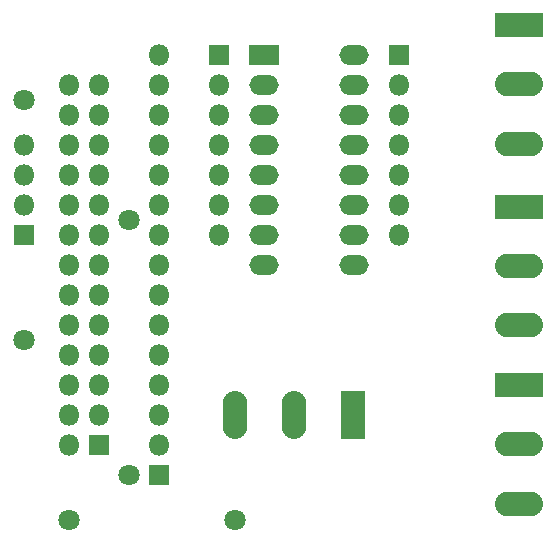
<source format=gbr>
%TF.GenerationSoftware,KiCad,Pcbnew,5.1.6*%
%TF.CreationDate,2020-06-10T16:54:39+07:00*%
%TF.ProjectId,pi_hat_driver_ULN2003,70695f68-6174-45f6-9472-697665725f55,rev?*%
%TF.SameCoordinates,Original*%
%TF.FileFunction,Soldermask,Top*%
%TF.FilePolarity,Negative*%
%FSLAX46Y46*%
G04 Gerber Fmt 4.6, Leading zero omitted, Abs format (unit mm)*
G04 Created by KiCad (PCBNEW 5.1.6) date 2020-06-10 16:54:39*
%MOMM*%
%LPD*%
G01*
G04 APERTURE LIST*
%ADD10R,2.080000X4.060000*%
%ADD11O,2.080000X4.060000*%
%ADD12R,1.800000X1.800000*%
%ADD13O,1.800000X1.800000*%
%ADD14R,2.500000X1.700000*%
%ADD15O,2.500000X1.700000*%
%ADD16R,4.060000X2.080000*%
%ADD17O,4.060000X2.080000*%
%ADD18C,1.800000*%
G04 APERTURE END LIST*
D10*
%TO.C,J1*%
X51990000Y-52070000D03*
D11*
X46990000Y-52070000D03*
X41990000Y-52070000D03*
%TD*%
D12*
%TO.C,J2*%
X30480000Y-54610000D03*
D13*
X27940000Y-54610000D03*
X30480000Y-52070000D03*
X27940000Y-52070000D03*
X30480000Y-49530000D03*
X27940000Y-49530000D03*
X30480000Y-46990000D03*
X27940000Y-46990000D03*
X30480000Y-44450000D03*
X27940000Y-44450000D03*
X30480000Y-41910000D03*
X27940000Y-41910000D03*
X30480000Y-39370000D03*
X27940000Y-39370000D03*
X30480000Y-36830000D03*
X27940000Y-36830000D03*
X30480000Y-34290000D03*
X27940000Y-34290000D03*
X30480000Y-31750000D03*
X27940000Y-31750000D03*
X30480000Y-29210000D03*
X27940000Y-29210000D03*
X30480000Y-26670000D03*
X27940000Y-26670000D03*
X30480000Y-24130000D03*
X27940000Y-24130000D03*
%TD*%
D12*
%TO.C,J3*%
X24130000Y-36830000D03*
D13*
X24130000Y-34290000D03*
X24130000Y-31750000D03*
X24130000Y-29210000D03*
%TD*%
D12*
%TO.C,J4*%
X40640000Y-21590000D03*
D13*
X40640000Y-24130000D03*
X40640000Y-26670000D03*
X40640000Y-29210000D03*
X40640000Y-31750000D03*
X40640000Y-34290000D03*
X40640000Y-36830000D03*
%TD*%
%TO.C,J5*%
X55880000Y-36830000D03*
X55880000Y-34290000D03*
X55880000Y-31750000D03*
X55880000Y-29210000D03*
X55880000Y-26670000D03*
X55880000Y-24130000D03*
D12*
X55880000Y-21590000D03*
%TD*%
D14*
%TO.C,U1*%
X44450000Y-21590000D03*
D15*
X52070000Y-39370000D03*
X44450000Y-24130000D03*
X52070000Y-36830000D03*
X44450000Y-26670000D03*
X52070000Y-34290000D03*
X44450000Y-29210000D03*
X52070000Y-31750000D03*
X44450000Y-31750000D03*
X52070000Y-29210000D03*
X44450000Y-34290000D03*
X52070000Y-26670000D03*
X44450000Y-36830000D03*
X52070000Y-24130000D03*
X44450000Y-39370000D03*
X52070000Y-21590000D03*
%TD*%
D12*
%TO.C,J6*%
X35560000Y-57150000D03*
D13*
X35560000Y-54610000D03*
X35560000Y-52070000D03*
X35560000Y-49530000D03*
X35560000Y-46990000D03*
X35560000Y-44450000D03*
X35560000Y-41910000D03*
X35560000Y-39370000D03*
X35560000Y-36830000D03*
X35560000Y-34290000D03*
X35560000Y-31750000D03*
X35560000Y-29210000D03*
X35560000Y-26670000D03*
X35560000Y-24130000D03*
X35560000Y-21590000D03*
%TD*%
D16*
%TO.C,J7*%
X66040000Y-19050000D03*
D17*
X66040000Y-24050000D03*
X66040000Y-29050000D03*
%TD*%
%TO.C,J8*%
X66040000Y-44450000D03*
X66040000Y-39450000D03*
D16*
X66040000Y-34450000D03*
%TD*%
%TO.C,J9*%
X66040000Y-49530000D03*
D17*
X66040000Y-54530000D03*
X66040000Y-59530000D03*
%TD*%
D18*
X24130000Y-45720000D03*
X24130000Y-25400000D03*
X41990000Y-60960000D03*
X27940000Y-60960000D03*
X33020000Y-35560000D03*
X33020000Y-57150000D03*
M02*

</source>
